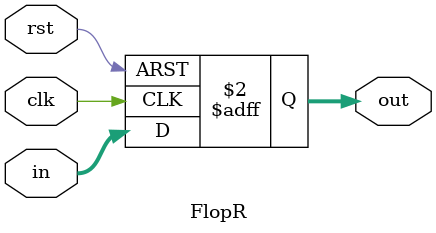
<source format=v>
`timescale 1ns / 1ps


module FlopR #(parameter WIDTH = 32)(
    input wire clk,
    input wire rst,
    input wire [WIDTH-1:0] in,
    output reg [WIDTH-1:0] out
    );

    always @(posedge clk, posedge rst) begin
        if (rst) begin
            out <= {WIDTH{1'b0}};
        end else begin
            out <= in;
        end
    end

endmodule

</source>
